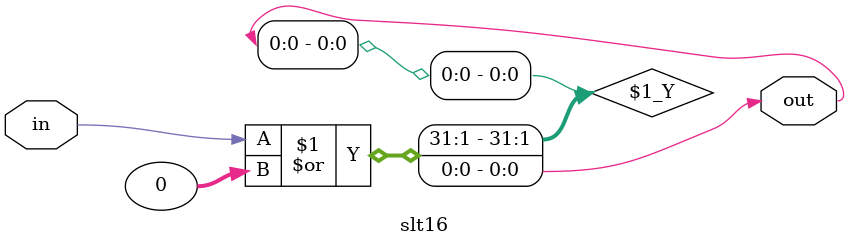
<source format=v>
module slt16(
	input in,
	output [15:0] out);
	
	or or1(out[0] , in , 0);
	
endmodule 
</source>
